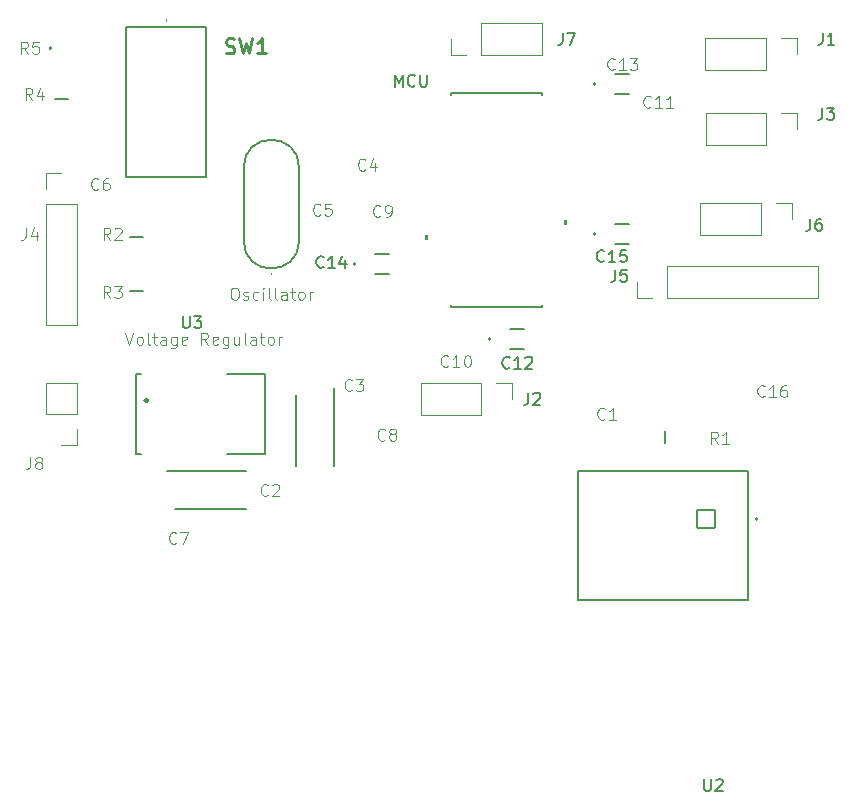
<source format=gto>
G04 #@! TF.GenerationSoftware,KiCad,Pcbnew,8.0.6*
G04 #@! TF.CreationDate,2025-01-30T10:50:32+01:00*
G04 #@! TF.ProjectId,colorsorter_schematic,636f6c6f-7273-46f7-9274-65725f736368,rev?*
G04 #@! TF.SameCoordinates,Original*
G04 #@! TF.FileFunction,Legend,Top*
G04 #@! TF.FilePolarity,Positive*
%FSLAX46Y46*%
G04 Gerber Fmt 4.6, Leading zero omitted, Abs format (unit mm)*
G04 Created by KiCad (PCBNEW 8.0.6) date 2025-01-30 10:50:32*
%MOMM*%
%LPD*%
G01*
G04 APERTURE LIST*
G04 Aperture macros list*
%AMRoundRect*
0 Rectangle with rounded corners*
0 $1 Rounding radius*
0 $2 $3 $4 $5 $6 $7 $8 $9 X,Y pos of 4 corners*
0 Add a 4 corners polygon primitive as box body*
4,1,4,$2,$3,$4,$5,$6,$7,$8,$9,$2,$3,0*
0 Add four circle primitives for the rounded corners*
1,1,$1+$1,$2,$3*
1,1,$1+$1,$4,$5*
1,1,$1+$1,$6,$7*
1,1,$1+$1,$8,$9*
0 Add four rect primitives between the rounded corners*
20,1,$1+$1,$2,$3,$4,$5,0*
20,1,$1+$1,$4,$5,$6,$7,0*
20,1,$1+$1,$6,$7,$8,$9,0*
20,1,$1+$1,$8,$9,$2,$3,0*%
G04 Aperture macros list end*
%ADD10C,0.150000*%
%ADD11C,0.125000*%
%ADD12C,0.254000*%
%ADD13C,0.120000*%
%ADD14C,0.200000*%
%ADD15C,0.100000*%
%ADD16C,0.152400*%
%ADD17C,0.127000*%
%ADD18C,0.250000*%
%ADD19C,0.000000*%
%ADD20R,1.700000X1.700000*%
%ADD21O,1.700000X1.700000*%
%ADD22R,1.150000X1.400000*%
%ADD23R,1.050000X1.400000*%
%ADD24R,2.250000X2.350000*%
%ADD25R,2.520000X2.520000*%
%ADD26C,2.520000*%
%ADD27R,1.470000X1.020000*%
%ADD28R,1.020000X1.470000*%
%ADD29R,1.400000X1.050000*%
%ADD30R,0.558800X1.447800*%
%ADD31R,1.192000X1.192000*%
%ADD32C,1.192000*%
%ADD33RoundRect,0.102000X0.750000X0.750000X-0.750000X0.750000X-0.750000X-0.750000X0.750000X-0.750000X0*%
%ADD34C,1.704000*%
%ADD35R,2.350000X2.250000*%
%ADD36R,1.699999X1.300000*%
%ADD37R,5.699998X5.499999*%
%ADD38R,1.765300X0.558800*%
G04 APERTURE END LIST*
D10*
X161210666Y-98630819D02*
X161210666Y-99345104D01*
X161210666Y-99345104D02*
X161163047Y-99487961D01*
X161163047Y-99487961D02*
X161067809Y-99583200D01*
X161067809Y-99583200D02*
X160924952Y-99630819D01*
X160924952Y-99630819D02*
X160829714Y-99630819D01*
X162163047Y-98630819D02*
X161686857Y-98630819D01*
X161686857Y-98630819D02*
X161639238Y-99107009D01*
X161639238Y-99107009D02*
X161686857Y-99059390D01*
X161686857Y-99059390D02*
X161782095Y-99011771D01*
X161782095Y-99011771D02*
X162020190Y-99011771D01*
X162020190Y-99011771D02*
X162115428Y-99059390D01*
X162115428Y-99059390D02*
X162163047Y-99107009D01*
X162163047Y-99107009D02*
X162210666Y-99202247D01*
X162210666Y-99202247D02*
X162210666Y-99440342D01*
X162210666Y-99440342D02*
X162163047Y-99535580D01*
X162163047Y-99535580D02*
X162115428Y-99583200D01*
X162115428Y-99583200D02*
X162020190Y-99630819D01*
X162020190Y-99630819D02*
X161782095Y-99630819D01*
X161782095Y-99630819D02*
X161686857Y-99583200D01*
X161686857Y-99583200D02*
X161639238Y-99535580D01*
D11*
X111466333Y-80328119D02*
X111133000Y-79851928D01*
X110894905Y-80328119D02*
X110894905Y-79328119D01*
X110894905Y-79328119D02*
X111275857Y-79328119D01*
X111275857Y-79328119D02*
X111371095Y-79375738D01*
X111371095Y-79375738D02*
X111418714Y-79423357D01*
X111418714Y-79423357D02*
X111466333Y-79518595D01*
X111466333Y-79518595D02*
X111466333Y-79661452D01*
X111466333Y-79661452D02*
X111418714Y-79756690D01*
X111418714Y-79756690D02*
X111371095Y-79804309D01*
X111371095Y-79804309D02*
X111275857Y-79851928D01*
X111275857Y-79851928D02*
X110894905Y-79851928D01*
X112371095Y-79328119D02*
X111894905Y-79328119D01*
X111894905Y-79328119D02*
X111847286Y-79804309D01*
X111847286Y-79804309D02*
X111894905Y-79756690D01*
X111894905Y-79756690D02*
X111990143Y-79709071D01*
X111990143Y-79709071D02*
X112228238Y-79709071D01*
X112228238Y-79709071D02*
X112323476Y-79756690D01*
X112323476Y-79756690D02*
X112371095Y-79804309D01*
X112371095Y-79804309D02*
X112418714Y-79899547D01*
X112418714Y-79899547D02*
X112418714Y-80137642D01*
X112418714Y-80137642D02*
X112371095Y-80232880D01*
X112371095Y-80232880D02*
X112323476Y-80280500D01*
X112323476Y-80280500D02*
X112228238Y-80328119D01*
X112228238Y-80328119D02*
X111990143Y-80328119D01*
X111990143Y-80328119D02*
X111894905Y-80280500D01*
X111894905Y-80280500D02*
X111847286Y-80232880D01*
X169886333Y-113348119D02*
X169553000Y-112871928D01*
X169314905Y-113348119D02*
X169314905Y-112348119D01*
X169314905Y-112348119D02*
X169695857Y-112348119D01*
X169695857Y-112348119D02*
X169791095Y-112395738D01*
X169791095Y-112395738D02*
X169838714Y-112443357D01*
X169838714Y-112443357D02*
X169886333Y-112538595D01*
X169886333Y-112538595D02*
X169886333Y-112681452D01*
X169886333Y-112681452D02*
X169838714Y-112776690D01*
X169838714Y-112776690D02*
X169791095Y-112824309D01*
X169791095Y-112824309D02*
X169695857Y-112871928D01*
X169695857Y-112871928D02*
X169314905Y-112871928D01*
X170838714Y-113348119D02*
X170267286Y-113348119D01*
X170553000Y-113348119D02*
X170553000Y-112348119D01*
X170553000Y-112348119D02*
X170457762Y-112490976D01*
X170457762Y-112490976D02*
X170362524Y-112586214D01*
X170362524Y-112586214D02*
X170267286Y-112633833D01*
X138898333Y-108807880D02*
X138850714Y-108855500D01*
X138850714Y-108855500D02*
X138707857Y-108903119D01*
X138707857Y-108903119D02*
X138612619Y-108903119D01*
X138612619Y-108903119D02*
X138469762Y-108855500D01*
X138469762Y-108855500D02*
X138374524Y-108760261D01*
X138374524Y-108760261D02*
X138326905Y-108665023D01*
X138326905Y-108665023D02*
X138279286Y-108474547D01*
X138279286Y-108474547D02*
X138279286Y-108331690D01*
X138279286Y-108331690D02*
X138326905Y-108141214D01*
X138326905Y-108141214D02*
X138374524Y-108045976D01*
X138374524Y-108045976D02*
X138469762Y-107950738D01*
X138469762Y-107950738D02*
X138612619Y-107903119D01*
X138612619Y-107903119D02*
X138707857Y-107903119D01*
X138707857Y-107903119D02*
X138850714Y-107950738D01*
X138850714Y-107950738D02*
X138898333Y-107998357D01*
X139231667Y-107903119D02*
X139850714Y-107903119D01*
X139850714Y-107903119D02*
X139517381Y-108284071D01*
X139517381Y-108284071D02*
X139660238Y-108284071D01*
X139660238Y-108284071D02*
X139755476Y-108331690D01*
X139755476Y-108331690D02*
X139803095Y-108379309D01*
X139803095Y-108379309D02*
X139850714Y-108474547D01*
X139850714Y-108474547D02*
X139850714Y-108712642D01*
X139850714Y-108712642D02*
X139803095Y-108807880D01*
X139803095Y-108807880D02*
X139755476Y-108855500D01*
X139755476Y-108855500D02*
X139660238Y-108903119D01*
X139660238Y-108903119D02*
X139374524Y-108903119D01*
X139374524Y-108903119D02*
X139279286Y-108855500D01*
X139279286Y-108855500D02*
X139231667Y-108807880D01*
D12*
X128227666Y-80257842D02*
X128409095Y-80318318D01*
X128409095Y-80318318D02*
X128711476Y-80318318D01*
X128711476Y-80318318D02*
X128832428Y-80257842D01*
X128832428Y-80257842D02*
X128892904Y-80197365D01*
X128892904Y-80197365D02*
X128953381Y-80076413D01*
X128953381Y-80076413D02*
X128953381Y-79955461D01*
X128953381Y-79955461D02*
X128892904Y-79834508D01*
X128892904Y-79834508D02*
X128832428Y-79774032D01*
X128832428Y-79774032D02*
X128711476Y-79713556D01*
X128711476Y-79713556D02*
X128469571Y-79653080D01*
X128469571Y-79653080D02*
X128348619Y-79592603D01*
X128348619Y-79592603D02*
X128288142Y-79532127D01*
X128288142Y-79532127D02*
X128227666Y-79411175D01*
X128227666Y-79411175D02*
X128227666Y-79290222D01*
X128227666Y-79290222D02*
X128288142Y-79169270D01*
X128288142Y-79169270D02*
X128348619Y-79108794D01*
X128348619Y-79108794D02*
X128469571Y-79048318D01*
X128469571Y-79048318D02*
X128771952Y-79048318D01*
X128771952Y-79048318D02*
X128953381Y-79108794D01*
X129376714Y-79048318D02*
X129679095Y-80318318D01*
X129679095Y-80318318D02*
X129921000Y-79411175D01*
X129921000Y-79411175D02*
X130162905Y-80318318D01*
X130162905Y-80318318D02*
X130465286Y-79048318D01*
X131614334Y-80318318D02*
X130888619Y-80318318D01*
X131251476Y-80318318D02*
X131251476Y-79048318D01*
X131251476Y-79048318D02*
X131130524Y-79229746D01*
X131130524Y-79229746D02*
X131009572Y-79350699D01*
X131009572Y-79350699D02*
X130888619Y-79411175D01*
D11*
X117435333Y-91789880D02*
X117387714Y-91837500D01*
X117387714Y-91837500D02*
X117244857Y-91885119D01*
X117244857Y-91885119D02*
X117149619Y-91885119D01*
X117149619Y-91885119D02*
X117006762Y-91837500D01*
X117006762Y-91837500D02*
X116911524Y-91742261D01*
X116911524Y-91742261D02*
X116863905Y-91647023D01*
X116863905Y-91647023D02*
X116816286Y-91456547D01*
X116816286Y-91456547D02*
X116816286Y-91313690D01*
X116816286Y-91313690D02*
X116863905Y-91123214D01*
X116863905Y-91123214D02*
X116911524Y-91027976D01*
X116911524Y-91027976D02*
X117006762Y-90932738D01*
X117006762Y-90932738D02*
X117149619Y-90885119D01*
X117149619Y-90885119D02*
X117244857Y-90885119D01*
X117244857Y-90885119D02*
X117387714Y-90932738D01*
X117387714Y-90932738D02*
X117435333Y-90980357D01*
X118292476Y-90885119D02*
X118102000Y-90885119D01*
X118102000Y-90885119D02*
X118006762Y-90932738D01*
X118006762Y-90932738D02*
X117959143Y-90980357D01*
X117959143Y-90980357D02*
X117863905Y-91123214D01*
X117863905Y-91123214D02*
X117816286Y-91313690D01*
X117816286Y-91313690D02*
X117816286Y-91694642D01*
X117816286Y-91694642D02*
X117863905Y-91789880D01*
X117863905Y-91789880D02*
X117911524Y-91837500D01*
X117911524Y-91837500D02*
X118006762Y-91885119D01*
X118006762Y-91885119D02*
X118197238Y-91885119D01*
X118197238Y-91885119D02*
X118292476Y-91837500D01*
X118292476Y-91837500D02*
X118340095Y-91789880D01*
X118340095Y-91789880D02*
X118387714Y-91694642D01*
X118387714Y-91694642D02*
X118387714Y-91456547D01*
X118387714Y-91456547D02*
X118340095Y-91361309D01*
X118340095Y-91361309D02*
X118292476Y-91313690D01*
X118292476Y-91313690D02*
X118197238Y-91266071D01*
X118197238Y-91266071D02*
X118006762Y-91266071D01*
X118006762Y-91266071D02*
X117911524Y-91313690D01*
X117911524Y-91313690D02*
X117863905Y-91361309D01*
X117863905Y-91361309D02*
X117816286Y-91456547D01*
X164203142Y-84804880D02*
X164155523Y-84852500D01*
X164155523Y-84852500D02*
X164012666Y-84900119D01*
X164012666Y-84900119D02*
X163917428Y-84900119D01*
X163917428Y-84900119D02*
X163774571Y-84852500D01*
X163774571Y-84852500D02*
X163679333Y-84757261D01*
X163679333Y-84757261D02*
X163631714Y-84662023D01*
X163631714Y-84662023D02*
X163584095Y-84471547D01*
X163584095Y-84471547D02*
X163584095Y-84328690D01*
X163584095Y-84328690D02*
X163631714Y-84138214D01*
X163631714Y-84138214D02*
X163679333Y-84042976D01*
X163679333Y-84042976D02*
X163774571Y-83947738D01*
X163774571Y-83947738D02*
X163917428Y-83900119D01*
X163917428Y-83900119D02*
X164012666Y-83900119D01*
X164012666Y-83900119D02*
X164155523Y-83947738D01*
X164155523Y-83947738D02*
X164203142Y-83995357D01*
X165155523Y-84900119D02*
X164584095Y-84900119D01*
X164869809Y-84900119D02*
X164869809Y-83900119D01*
X164869809Y-83900119D02*
X164774571Y-84042976D01*
X164774571Y-84042976D02*
X164679333Y-84138214D01*
X164679333Y-84138214D02*
X164584095Y-84185833D01*
X166107904Y-84900119D02*
X165536476Y-84900119D01*
X165822190Y-84900119D02*
X165822190Y-83900119D01*
X165822190Y-83900119D02*
X165726952Y-84042976D01*
X165726952Y-84042976D02*
X165631714Y-84138214D01*
X165631714Y-84138214D02*
X165536476Y-84185833D01*
X118451333Y-96076119D02*
X118118000Y-95599928D01*
X117879905Y-96076119D02*
X117879905Y-95076119D01*
X117879905Y-95076119D02*
X118260857Y-95076119D01*
X118260857Y-95076119D02*
X118356095Y-95123738D01*
X118356095Y-95123738D02*
X118403714Y-95171357D01*
X118403714Y-95171357D02*
X118451333Y-95266595D01*
X118451333Y-95266595D02*
X118451333Y-95409452D01*
X118451333Y-95409452D02*
X118403714Y-95504690D01*
X118403714Y-95504690D02*
X118356095Y-95552309D01*
X118356095Y-95552309D02*
X118260857Y-95599928D01*
X118260857Y-95599928D02*
X117879905Y-95599928D01*
X118832286Y-95171357D02*
X118879905Y-95123738D01*
X118879905Y-95123738D02*
X118975143Y-95076119D01*
X118975143Y-95076119D02*
X119213238Y-95076119D01*
X119213238Y-95076119D02*
X119308476Y-95123738D01*
X119308476Y-95123738D02*
X119356095Y-95171357D01*
X119356095Y-95171357D02*
X119403714Y-95266595D01*
X119403714Y-95266595D02*
X119403714Y-95361833D01*
X119403714Y-95361833D02*
X119356095Y-95504690D01*
X119356095Y-95504690D02*
X118784667Y-96076119D01*
X118784667Y-96076119D02*
X119403714Y-96076119D01*
X147058142Y-106775880D02*
X147010523Y-106823500D01*
X147010523Y-106823500D02*
X146867666Y-106871119D01*
X146867666Y-106871119D02*
X146772428Y-106871119D01*
X146772428Y-106871119D02*
X146629571Y-106823500D01*
X146629571Y-106823500D02*
X146534333Y-106728261D01*
X146534333Y-106728261D02*
X146486714Y-106633023D01*
X146486714Y-106633023D02*
X146439095Y-106442547D01*
X146439095Y-106442547D02*
X146439095Y-106299690D01*
X146439095Y-106299690D02*
X146486714Y-106109214D01*
X146486714Y-106109214D02*
X146534333Y-106013976D01*
X146534333Y-106013976D02*
X146629571Y-105918738D01*
X146629571Y-105918738D02*
X146772428Y-105871119D01*
X146772428Y-105871119D02*
X146867666Y-105871119D01*
X146867666Y-105871119D02*
X147010523Y-105918738D01*
X147010523Y-105918738D02*
X147058142Y-105966357D01*
X148010523Y-106871119D02*
X147439095Y-106871119D01*
X147724809Y-106871119D02*
X147724809Y-105871119D01*
X147724809Y-105871119D02*
X147629571Y-106013976D01*
X147629571Y-106013976D02*
X147534333Y-106109214D01*
X147534333Y-106109214D02*
X147439095Y-106156833D01*
X148629571Y-105871119D02*
X148724809Y-105871119D01*
X148724809Y-105871119D02*
X148820047Y-105918738D01*
X148820047Y-105918738D02*
X148867666Y-105966357D01*
X148867666Y-105966357D02*
X148915285Y-106061595D01*
X148915285Y-106061595D02*
X148962904Y-106252071D01*
X148962904Y-106252071D02*
X148962904Y-106490166D01*
X148962904Y-106490166D02*
X148915285Y-106680642D01*
X148915285Y-106680642D02*
X148867666Y-106775880D01*
X148867666Y-106775880D02*
X148820047Y-106823500D01*
X148820047Y-106823500D02*
X148724809Y-106871119D01*
X148724809Y-106871119D02*
X148629571Y-106871119D01*
X148629571Y-106871119D02*
X148534333Y-106823500D01*
X148534333Y-106823500D02*
X148486714Y-106775880D01*
X148486714Y-106775880D02*
X148439095Y-106680642D01*
X148439095Y-106680642D02*
X148391476Y-106490166D01*
X148391476Y-106490166D02*
X148391476Y-106252071D01*
X148391476Y-106252071D02*
X148439095Y-106061595D01*
X148439095Y-106061595D02*
X148486714Y-105966357D01*
X148486714Y-105966357D02*
X148534333Y-105918738D01*
X148534333Y-105918738D02*
X148629571Y-105871119D01*
D10*
X152265142Y-106901580D02*
X152217523Y-106949200D01*
X152217523Y-106949200D02*
X152074666Y-106996819D01*
X152074666Y-106996819D02*
X151979428Y-106996819D01*
X151979428Y-106996819D02*
X151836571Y-106949200D01*
X151836571Y-106949200D02*
X151741333Y-106853961D01*
X151741333Y-106853961D02*
X151693714Y-106758723D01*
X151693714Y-106758723D02*
X151646095Y-106568247D01*
X151646095Y-106568247D02*
X151646095Y-106425390D01*
X151646095Y-106425390D02*
X151693714Y-106234914D01*
X151693714Y-106234914D02*
X151741333Y-106139676D01*
X151741333Y-106139676D02*
X151836571Y-106044438D01*
X151836571Y-106044438D02*
X151979428Y-105996819D01*
X151979428Y-105996819D02*
X152074666Y-105996819D01*
X152074666Y-105996819D02*
X152217523Y-106044438D01*
X152217523Y-106044438D02*
X152265142Y-106092057D01*
X153217523Y-106996819D02*
X152646095Y-106996819D01*
X152931809Y-106996819D02*
X152931809Y-105996819D01*
X152931809Y-105996819D02*
X152836571Y-106139676D01*
X152836571Y-106139676D02*
X152741333Y-106234914D01*
X152741333Y-106234914D02*
X152646095Y-106282533D01*
X153598476Y-106092057D02*
X153646095Y-106044438D01*
X153646095Y-106044438D02*
X153741333Y-105996819D01*
X153741333Y-105996819D02*
X153979428Y-105996819D01*
X153979428Y-105996819D02*
X154074666Y-106044438D01*
X154074666Y-106044438D02*
X154122285Y-106092057D01*
X154122285Y-106092057D02*
X154169904Y-106187295D01*
X154169904Y-106187295D02*
X154169904Y-106282533D01*
X154169904Y-106282533D02*
X154122285Y-106425390D01*
X154122285Y-106425390D02*
X153550857Y-106996819D01*
X153550857Y-106996819D02*
X154169904Y-106996819D01*
X177720666Y-94312819D02*
X177720666Y-95027104D01*
X177720666Y-95027104D02*
X177673047Y-95169961D01*
X177673047Y-95169961D02*
X177577809Y-95265200D01*
X177577809Y-95265200D02*
X177434952Y-95312819D01*
X177434952Y-95312819D02*
X177339714Y-95312819D01*
X178625428Y-94312819D02*
X178434952Y-94312819D01*
X178434952Y-94312819D02*
X178339714Y-94360438D01*
X178339714Y-94360438D02*
X178292095Y-94408057D01*
X178292095Y-94408057D02*
X178196857Y-94550914D01*
X178196857Y-94550914D02*
X178149238Y-94741390D01*
X178149238Y-94741390D02*
X178149238Y-95122342D01*
X178149238Y-95122342D02*
X178196857Y-95217580D01*
X178196857Y-95217580D02*
X178244476Y-95265200D01*
X178244476Y-95265200D02*
X178339714Y-95312819D01*
X178339714Y-95312819D02*
X178530190Y-95312819D01*
X178530190Y-95312819D02*
X178625428Y-95265200D01*
X178625428Y-95265200D02*
X178673047Y-95217580D01*
X178673047Y-95217580D02*
X178720666Y-95122342D01*
X178720666Y-95122342D02*
X178720666Y-94884247D01*
X178720666Y-94884247D02*
X178673047Y-94789009D01*
X178673047Y-94789009D02*
X178625428Y-94741390D01*
X178625428Y-94741390D02*
X178530190Y-94693771D01*
X178530190Y-94693771D02*
X178339714Y-94693771D01*
X178339714Y-94693771D02*
X178244476Y-94741390D01*
X178244476Y-94741390D02*
X178196857Y-94789009D01*
X178196857Y-94789009D02*
X178149238Y-94884247D01*
X136517142Y-98392580D02*
X136469523Y-98440200D01*
X136469523Y-98440200D02*
X136326666Y-98487819D01*
X136326666Y-98487819D02*
X136231428Y-98487819D01*
X136231428Y-98487819D02*
X136088571Y-98440200D01*
X136088571Y-98440200D02*
X135993333Y-98344961D01*
X135993333Y-98344961D02*
X135945714Y-98249723D01*
X135945714Y-98249723D02*
X135898095Y-98059247D01*
X135898095Y-98059247D02*
X135898095Y-97916390D01*
X135898095Y-97916390D02*
X135945714Y-97725914D01*
X135945714Y-97725914D02*
X135993333Y-97630676D01*
X135993333Y-97630676D02*
X136088571Y-97535438D01*
X136088571Y-97535438D02*
X136231428Y-97487819D01*
X136231428Y-97487819D02*
X136326666Y-97487819D01*
X136326666Y-97487819D02*
X136469523Y-97535438D01*
X136469523Y-97535438D02*
X136517142Y-97583057D01*
X137469523Y-98487819D02*
X136898095Y-98487819D01*
X137183809Y-98487819D02*
X137183809Y-97487819D01*
X137183809Y-97487819D02*
X137088571Y-97630676D01*
X137088571Y-97630676D02*
X136993333Y-97725914D01*
X136993333Y-97725914D02*
X136898095Y-97773533D01*
X138326666Y-97821152D02*
X138326666Y-98487819D01*
X138088571Y-97440200D02*
X137850476Y-98154485D01*
X137850476Y-98154485D02*
X138469523Y-98154485D01*
D11*
X141311333Y-94075880D02*
X141263714Y-94123500D01*
X141263714Y-94123500D02*
X141120857Y-94171119D01*
X141120857Y-94171119D02*
X141025619Y-94171119D01*
X141025619Y-94171119D02*
X140882762Y-94123500D01*
X140882762Y-94123500D02*
X140787524Y-94028261D01*
X140787524Y-94028261D02*
X140739905Y-93933023D01*
X140739905Y-93933023D02*
X140692286Y-93742547D01*
X140692286Y-93742547D02*
X140692286Y-93599690D01*
X140692286Y-93599690D02*
X140739905Y-93409214D01*
X140739905Y-93409214D02*
X140787524Y-93313976D01*
X140787524Y-93313976D02*
X140882762Y-93218738D01*
X140882762Y-93218738D02*
X141025619Y-93171119D01*
X141025619Y-93171119D02*
X141120857Y-93171119D01*
X141120857Y-93171119D02*
X141263714Y-93218738D01*
X141263714Y-93218738D02*
X141311333Y-93266357D01*
X141787524Y-94171119D02*
X141978000Y-94171119D01*
X141978000Y-94171119D02*
X142073238Y-94123500D01*
X142073238Y-94123500D02*
X142120857Y-94075880D01*
X142120857Y-94075880D02*
X142216095Y-93933023D01*
X142216095Y-93933023D02*
X142263714Y-93742547D01*
X142263714Y-93742547D02*
X142263714Y-93361595D01*
X142263714Y-93361595D02*
X142216095Y-93266357D01*
X142216095Y-93266357D02*
X142168476Y-93218738D01*
X142168476Y-93218738D02*
X142073238Y-93171119D01*
X142073238Y-93171119D02*
X141882762Y-93171119D01*
X141882762Y-93171119D02*
X141787524Y-93218738D01*
X141787524Y-93218738D02*
X141739905Y-93266357D01*
X141739905Y-93266357D02*
X141692286Y-93361595D01*
X141692286Y-93361595D02*
X141692286Y-93599690D01*
X141692286Y-93599690D02*
X141739905Y-93694928D01*
X141739905Y-93694928D02*
X141787524Y-93742547D01*
X141787524Y-93742547D02*
X141882762Y-93790166D01*
X141882762Y-93790166D02*
X142073238Y-93790166D01*
X142073238Y-93790166D02*
X142168476Y-93742547D01*
X142168476Y-93742547D02*
X142216095Y-93694928D01*
X142216095Y-93694928D02*
X142263714Y-93599690D01*
X111680666Y-114507119D02*
X111680666Y-115221404D01*
X111680666Y-115221404D02*
X111633047Y-115364261D01*
X111633047Y-115364261D02*
X111537809Y-115459500D01*
X111537809Y-115459500D02*
X111394952Y-115507119D01*
X111394952Y-115507119D02*
X111299714Y-115507119D01*
X112299714Y-114935690D02*
X112204476Y-114888071D01*
X112204476Y-114888071D02*
X112156857Y-114840452D01*
X112156857Y-114840452D02*
X112109238Y-114745214D01*
X112109238Y-114745214D02*
X112109238Y-114697595D01*
X112109238Y-114697595D02*
X112156857Y-114602357D01*
X112156857Y-114602357D02*
X112204476Y-114554738D01*
X112204476Y-114554738D02*
X112299714Y-114507119D01*
X112299714Y-114507119D02*
X112490190Y-114507119D01*
X112490190Y-114507119D02*
X112585428Y-114554738D01*
X112585428Y-114554738D02*
X112633047Y-114602357D01*
X112633047Y-114602357D02*
X112680666Y-114697595D01*
X112680666Y-114697595D02*
X112680666Y-114745214D01*
X112680666Y-114745214D02*
X112633047Y-114840452D01*
X112633047Y-114840452D02*
X112585428Y-114888071D01*
X112585428Y-114888071D02*
X112490190Y-114935690D01*
X112490190Y-114935690D02*
X112299714Y-114935690D01*
X112299714Y-114935690D02*
X112204476Y-114983309D01*
X112204476Y-114983309D02*
X112156857Y-115030928D01*
X112156857Y-115030928D02*
X112109238Y-115126166D01*
X112109238Y-115126166D02*
X112109238Y-115316642D01*
X112109238Y-115316642D02*
X112156857Y-115411880D01*
X112156857Y-115411880D02*
X112204476Y-115459500D01*
X112204476Y-115459500D02*
X112299714Y-115507119D01*
X112299714Y-115507119D02*
X112490190Y-115507119D01*
X112490190Y-115507119D02*
X112585428Y-115459500D01*
X112585428Y-115459500D02*
X112633047Y-115411880D01*
X112633047Y-115411880D02*
X112680666Y-115316642D01*
X112680666Y-115316642D02*
X112680666Y-115126166D01*
X112680666Y-115126166D02*
X112633047Y-115030928D01*
X112633047Y-115030928D02*
X112585428Y-114983309D01*
X112585428Y-114983309D02*
X112490190Y-114935690D01*
X128889523Y-100156119D02*
X129079999Y-100156119D01*
X129079999Y-100156119D02*
X129175237Y-100203738D01*
X129175237Y-100203738D02*
X129270475Y-100298976D01*
X129270475Y-100298976D02*
X129318094Y-100489452D01*
X129318094Y-100489452D02*
X129318094Y-100822785D01*
X129318094Y-100822785D02*
X129270475Y-101013261D01*
X129270475Y-101013261D02*
X129175237Y-101108500D01*
X129175237Y-101108500D02*
X129079999Y-101156119D01*
X129079999Y-101156119D02*
X128889523Y-101156119D01*
X128889523Y-101156119D02*
X128794285Y-101108500D01*
X128794285Y-101108500D02*
X128699047Y-101013261D01*
X128699047Y-101013261D02*
X128651428Y-100822785D01*
X128651428Y-100822785D02*
X128651428Y-100489452D01*
X128651428Y-100489452D02*
X128699047Y-100298976D01*
X128699047Y-100298976D02*
X128794285Y-100203738D01*
X128794285Y-100203738D02*
X128889523Y-100156119D01*
X129699047Y-101108500D02*
X129794285Y-101156119D01*
X129794285Y-101156119D02*
X129984761Y-101156119D01*
X129984761Y-101156119D02*
X130079999Y-101108500D01*
X130079999Y-101108500D02*
X130127618Y-101013261D01*
X130127618Y-101013261D02*
X130127618Y-100965642D01*
X130127618Y-100965642D02*
X130079999Y-100870404D01*
X130079999Y-100870404D02*
X129984761Y-100822785D01*
X129984761Y-100822785D02*
X129841904Y-100822785D01*
X129841904Y-100822785D02*
X129746666Y-100775166D01*
X129746666Y-100775166D02*
X129699047Y-100679928D01*
X129699047Y-100679928D02*
X129699047Y-100632309D01*
X129699047Y-100632309D02*
X129746666Y-100537071D01*
X129746666Y-100537071D02*
X129841904Y-100489452D01*
X129841904Y-100489452D02*
X129984761Y-100489452D01*
X129984761Y-100489452D02*
X130079999Y-100537071D01*
X130984761Y-101108500D02*
X130889523Y-101156119D01*
X130889523Y-101156119D02*
X130699047Y-101156119D01*
X130699047Y-101156119D02*
X130603809Y-101108500D01*
X130603809Y-101108500D02*
X130556190Y-101060880D01*
X130556190Y-101060880D02*
X130508571Y-100965642D01*
X130508571Y-100965642D02*
X130508571Y-100679928D01*
X130508571Y-100679928D02*
X130556190Y-100584690D01*
X130556190Y-100584690D02*
X130603809Y-100537071D01*
X130603809Y-100537071D02*
X130699047Y-100489452D01*
X130699047Y-100489452D02*
X130889523Y-100489452D01*
X130889523Y-100489452D02*
X130984761Y-100537071D01*
X131413333Y-101156119D02*
X131413333Y-100489452D01*
X131413333Y-100156119D02*
X131365714Y-100203738D01*
X131365714Y-100203738D02*
X131413333Y-100251357D01*
X131413333Y-100251357D02*
X131460952Y-100203738D01*
X131460952Y-100203738D02*
X131413333Y-100156119D01*
X131413333Y-100156119D02*
X131413333Y-100251357D01*
X132032380Y-101156119D02*
X131937142Y-101108500D01*
X131937142Y-101108500D02*
X131889523Y-101013261D01*
X131889523Y-101013261D02*
X131889523Y-100156119D01*
X132556190Y-101156119D02*
X132460952Y-101108500D01*
X132460952Y-101108500D02*
X132413333Y-101013261D01*
X132413333Y-101013261D02*
X132413333Y-100156119D01*
X133365714Y-101156119D02*
X133365714Y-100632309D01*
X133365714Y-100632309D02*
X133318095Y-100537071D01*
X133318095Y-100537071D02*
X133222857Y-100489452D01*
X133222857Y-100489452D02*
X133032381Y-100489452D01*
X133032381Y-100489452D02*
X132937143Y-100537071D01*
X133365714Y-101108500D02*
X133270476Y-101156119D01*
X133270476Y-101156119D02*
X133032381Y-101156119D01*
X133032381Y-101156119D02*
X132937143Y-101108500D01*
X132937143Y-101108500D02*
X132889524Y-101013261D01*
X132889524Y-101013261D02*
X132889524Y-100918023D01*
X132889524Y-100918023D02*
X132937143Y-100822785D01*
X132937143Y-100822785D02*
X133032381Y-100775166D01*
X133032381Y-100775166D02*
X133270476Y-100775166D01*
X133270476Y-100775166D02*
X133365714Y-100727547D01*
X133699048Y-100489452D02*
X134080000Y-100489452D01*
X133841905Y-100156119D02*
X133841905Y-101013261D01*
X133841905Y-101013261D02*
X133889524Y-101108500D01*
X133889524Y-101108500D02*
X133984762Y-101156119D01*
X133984762Y-101156119D02*
X134080000Y-101156119D01*
X134556191Y-101156119D02*
X134460953Y-101108500D01*
X134460953Y-101108500D02*
X134413334Y-101060880D01*
X134413334Y-101060880D02*
X134365715Y-100965642D01*
X134365715Y-100965642D02*
X134365715Y-100679928D01*
X134365715Y-100679928D02*
X134413334Y-100584690D01*
X134413334Y-100584690D02*
X134460953Y-100537071D01*
X134460953Y-100537071D02*
X134556191Y-100489452D01*
X134556191Y-100489452D02*
X134699048Y-100489452D01*
X134699048Y-100489452D02*
X134794286Y-100537071D01*
X134794286Y-100537071D02*
X134841905Y-100584690D01*
X134841905Y-100584690D02*
X134889524Y-100679928D01*
X134889524Y-100679928D02*
X134889524Y-100965642D01*
X134889524Y-100965642D02*
X134841905Y-101060880D01*
X134841905Y-101060880D02*
X134794286Y-101108500D01*
X134794286Y-101108500D02*
X134699048Y-101156119D01*
X134699048Y-101156119D02*
X134556191Y-101156119D01*
X135318096Y-101156119D02*
X135318096Y-100489452D01*
X135318096Y-100679928D02*
X135365715Y-100584690D01*
X135365715Y-100584690D02*
X135413334Y-100537071D01*
X135413334Y-100537071D02*
X135508572Y-100489452D01*
X135508572Y-100489452D02*
X135603810Y-100489452D01*
D10*
X160266142Y-97884580D02*
X160218523Y-97932200D01*
X160218523Y-97932200D02*
X160075666Y-97979819D01*
X160075666Y-97979819D02*
X159980428Y-97979819D01*
X159980428Y-97979819D02*
X159837571Y-97932200D01*
X159837571Y-97932200D02*
X159742333Y-97836961D01*
X159742333Y-97836961D02*
X159694714Y-97741723D01*
X159694714Y-97741723D02*
X159647095Y-97551247D01*
X159647095Y-97551247D02*
X159647095Y-97408390D01*
X159647095Y-97408390D02*
X159694714Y-97217914D01*
X159694714Y-97217914D02*
X159742333Y-97122676D01*
X159742333Y-97122676D02*
X159837571Y-97027438D01*
X159837571Y-97027438D02*
X159980428Y-96979819D01*
X159980428Y-96979819D02*
X160075666Y-96979819D01*
X160075666Y-96979819D02*
X160218523Y-97027438D01*
X160218523Y-97027438D02*
X160266142Y-97075057D01*
X161218523Y-97979819D02*
X160647095Y-97979819D01*
X160932809Y-97979819D02*
X160932809Y-96979819D01*
X160932809Y-96979819D02*
X160837571Y-97122676D01*
X160837571Y-97122676D02*
X160742333Y-97217914D01*
X160742333Y-97217914D02*
X160647095Y-97265533D01*
X162123285Y-96979819D02*
X161647095Y-96979819D01*
X161647095Y-96979819D02*
X161599476Y-97456009D01*
X161599476Y-97456009D02*
X161647095Y-97408390D01*
X161647095Y-97408390D02*
X161742333Y-97360771D01*
X161742333Y-97360771D02*
X161980428Y-97360771D01*
X161980428Y-97360771D02*
X162075666Y-97408390D01*
X162075666Y-97408390D02*
X162123285Y-97456009D01*
X162123285Y-97456009D02*
X162170904Y-97551247D01*
X162170904Y-97551247D02*
X162170904Y-97789342D01*
X162170904Y-97789342D02*
X162123285Y-97884580D01*
X162123285Y-97884580D02*
X162075666Y-97932200D01*
X162075666Y-97932200D02*
X161980428Y-97979819D01*
X161980428Y-97979819D02*
X161742333Y-97979819D01*
X161742333Y-97979819D02*
X161647095Y-97932200D01*
X161647095Y-97932200D02*
X161599476Y-97884580D01*
X168723095Y-141749819D02*
X168723095Y-142559342D01*
X168723095Y-142559342D02*
X168770714Y-142654580D01*
X168770714Y-142654580D02*
X168818333Y-142702200D01*
X168818333Y-142702200D02*
X168913571Y-142749819D01*
X168913571Y-142749819D02*
X169104047Y-142749819D01*
X169104047Y-142749819D02*
X169199285Y-142702200D01*
X169199285Y-142702200D02*
X169246904Y-142654580D01*
X169246904Y-142654580D02*
X169294523Y-142559342D01*
X169294523Y-142559342D02*
X169294523Y-141749819D01*
X169723095Y-141845057D02*
X169770714Y-141797438D01*
X169770714Y-141797438D02*
X169865952Y-141749819D01*
X169865952Y-141749819D02*
X170104047Y-141749819D01*
X170104047Y-141749819D02*
X170199285Y-141797438D01*
X170199285Y-141797438D02*
X170246904Y-141845057D01*
X170246904Y-141845057D02*
X170294523Y-141940295D01*
X170294523Y-141940295D02*
X170294523Y-142035533D01*
X170294523Y-142035533D02*
X170246904Y-142178390D01*
X170246904Y-142178390D02*
X169675476Y-142749819D01*
X169675476Y-142749819D02*
X170294523Y-142749819D01*
X178736666Y-84914819D02*
X178736666Y-85629104D01*
X178736666Y-85629104D02*
X178689047Y-85771961D01*
X178689047Y-85771961D02*
X178593809Y-85867200D01*
X178593809Y-85867200D02*
X178450952Y-85914819D01*
X178450952Y-85914819D02*
X178355714Y-85914819D01*
X179117619Y-84914819D02*
X179736666Y-84914819D01*
X179736666Y-84914819D02*
X179403333Y-85295771D01*
X179403333Y-85295771D02*
X179546190Y-85295771D01*
X179546190Y-85295771D02*
X179641428Y-85343390D01*
X179641428Y-85343390D02*
X179689047Y-85391009D01*
X179689047Y-85391009D02*
X179736666Y-85486247D01*
X179736666Y-85486247D02*
X179736666Y-85724342D01*
X179736666Y-85724342D02*
X179689047Y-85819580D01*
X179689047Y-85819580D02*
X179641428Y-85867200D01*
X179641428Y-85867200D02*
X179546190Y-85914819D01*
X179546190Y-85914819D02*
X179260476Y-85914819D01*
X179260476Y-85914819D02*
X179165238Y-85867200D01*
X179165238Y-85867200D02*
X179117619Y-85819580D01*
D11*
X118451333Y-101029119D02*
X118118000Y-100552928D01*
X117879905Y-101029119D02*
X117879905Y-100029119D01*
X117879905Y-100029119D02*
X118260857Y-100029119D01*
X118260857Y-100029119D02*
X118356095Y-100076738D01*
X118356095Y-100076738D02*
X118403714Y-100124357D01*
X118403714Y-100124357D02*
X118451333Y-100219595D01*
X118451333Y-100219595D02*
X118451333Y-100362452D01*
X118451333Y-100362452D02*
X118403714Y-100457690D01*
X118403714Y-100457690D02*
X118356095Y-100505309D01*
X118356095Y-100505309D02*
X118260857Y-100552928D01*
X118260857Y-100552928D02*
X117879905Y-100552928D01*
X118784667Y-100029119D02*
X119403714Y-100029119D01*
X119403714Y-100029119D02*
X119070381Y-100410071D01*
X119070381Y-100410071D02*
X119213238Y-100410071D01*
X119213238Y-100410071D02*
X119308476Y-100457690D01*
X119308476Y-100457690D02*
X119356095Y-100505309D01*
X119356095Y-100505309D02*
X119403714Y-100600547D01*
X119403714Y-100600547D02*
X119403714Y-100838642D01*
X119403714Y-100838642D02*
X119356095Y-100933880D01*
X119356095Y-100933880D02*
X119308476Y-100981500D01*
X119308476Y-100981500D02*
X119213238Y-101029119D01*
X119213238Y-101029119D02*
X118927524Y-101029119D01*
X118927524Y-101029119D02*
X118832286Y-100981500D01*
X118832286Y-100981500D02*
X118784667Y-100933880D01*
X131786333Y-117697880D02*
X131738714Y-117745500D01*
X131738714Y-117745500D02*
X131595857Y-117793119D01*
X131595857Y-117793119D02*
X131500619Y-117793119D01*
X131500619Y-117793119D02*
X131357762Y-117745500D01*
X131357762Y-117745500D02*
X131262524Y-117650261D01*
X131262524Y-117650261D02*
X131214905Y-117555023D01*
X131214905Y-117555023D02*
X131167286Y-117364547D01*
X131167286Y-117364547D02*
X131167286Y-117221690D01*
X131167286Y-117221690D02*
X131214905Y-117031214D01*
X131214905Y-117031214D02*
X131262524Y-116935976D01*
X131262524Y-116935976D02*
X131357762Y-116840738D01*
X131357762Y-116840738D02*
X131500619Y-116793119D01*
X131500619Y-116793119D02*
X131595857Y-116793119D01*
X131595857Y-116793119D02*
X131738714Y-116840738D01*
X131738714Y-116840738D02*
X131786333Y-116888357D01*
X132167286Y-116888357D02*
X132214905Y-116840738D01*
X132214905Y-116840738D02*
X132310143Y-116793119D01*
X132310143Y-116793119D02*
X132548238Y-116793119D01*
X132548238Y-116793119D02*
X132643476Y-116840738D01*
X132643476Y-116840738D02*
X132691095Y-116888357D01*
X132691095Y-116888357D02*
X132738714Y-116983595D01*
X132738714Y-116983595D02*
X132738714Y-117078833D01*
X132738714Y-117078833D02*
X132691095Y-117221690D01*
X132691095Y-117221690D02*
X132119667Y-117793119D01*
X132119667Y-117793119D02*
X132738714Y-117793119D01*
X111299666Y-95076119D02*
X111299666Y-95790404D01*
X111299666Y-95790404D02*
X111252047Y-95933261D01*
X111252047Y-95933261D02*
X111156809Y-96028500D01*
X111156809Y-96028500D02*
X111013952Y-96076119D01*
X111013952Y-96076119D02*
X110918714Y-96076119D01*
X112204428Y-95409452D02*
X112204428Y-96076119D01*
X111966333Y-95028500D02*
X111728238Y-95742785D01*
X111728238Y-95742785D02*
X112347285Y-95742785D01*
D10*
X153844666Y-109044819D02*
X153844666Y-109759104D01*
X153844666Y-109759104D02*
X153797047Y-109901961D01*
X153797047Y-109901961D02*
X153701809Y-109997200D01*
X153701809Y-109997200D02*
X153558952Y-110044819D01*
X153558952Y-110044819D02*
X153463714Y-110044819D01*
X154273238Y-109140057D02*
X154320857Y-109092438D01*
X154320857Y-109092438D02*
X154416095Y-109044819D01*
X154416095Y-109044819D02*
X154654190Y-109044819D01*
X154654190Y-109044819D02*
X154749428Y-109092438D01*
X154749428Y-109092438D02*
X154797047Y-109140057D01*
X154797047Y-109140057D02*
X154844666Y-109235295D01*
X154844666Y-109235295D02*
X154844666Y-109330533D01*
X154844666Y-109330533D02*
X154797047Y-109473390D01*
X154797047Y-109473390D02*
X154225619Y-110044819D01*
X154225619Y-110044819D02*
X154844666Y-110044819D01*
X124587095Y-102567819D02*
X124587095Y-103377342D01*
X124587095Y-103377342D02*
X124634714Y-103472580D01*
X124634714Y-103472580D02*
X124682333Y-103520200D01*
X124682333Y-103520200D02*
X124777571Y-103567819D01*
X124777571Y-103567819D02*
X124968047Y-103567819D01*
X124968047Y-103567819D02*
X125063285Y-103520200D01*
X125063285Y-103520200D02*
X125110904Y-103472580D01*
X125110904Y-103472580D02*
X125158523Y-103377342D01*
X125158523Y-103377342D02*
X125158523Y-102567819D01*
X125539476Y-102567819D02*
X126158523Y-102567819D01*
X126158523Y-102567819D02*
X125825190Y-102948771D01*
X125825190Y-102948771D02*
X125968047Y-102948771D01*
X125968047Y-102948771D02*
X126063285Y-102996390D01*
X126063285Y-102996390D02*
X126110904Y-103044009D01*
X126110904Y-103044009D02*
X126158523Y-103139247D01*
X126158523Y-103139247D02*
X126158523Y-103377342D01*
X126158523Y-103377342D02*
X126110904Y-103472580D01*
X126110904Y-103472580D02*
X126063285Y-103520200D01*
X126063285Y-103520200D02*
X125968047Y-103567819D01*
X125968047Y-103567819D02*
X125682333Y-103567819D01*
X125682333Y-103567819D02*
X125587095Y-103520200D01*
X125587095Y-103520200D02*
X125539476Y-103472580D01*
D11*
X119722141Y-103966119D02*
X120055474Y-104966119D01*
X120055474Y-104966119D02*
X120388807Y-103966119D01*
X120864998Y-104966119D02*
X120769760Y-104918500D01*
X120769760Y-104918500D02*
X120722141Y-104870880D01*
X120722141Y-104870880D02*
X120674522Y-104775642D01*
X120674522Y-104775642D02*
X120674522Y-104489928D01*
X120674522Y-104489928D02*
X120722141Y-104394690D01*
X120722141Y-104394690D02*
X120769760Y-104347071D01*
X120769760Y-104347071D02*
X120864998Y-104299452D01*
X120864998Y-104299452D02*
X121007855Y-104299452D01*
X121007855Y-104299452D02*
X121103093Y-104347071D01*
X121103093Y-104347071D02*
X121150712Y-104394690D01*
X121150712Y-104394690D02*
X121198331Y-104489928D01*
X121198331Y-104489928D02*
X121198331Y-104775642D01*
X121198331Y-104775642D02*
X121150712Y-104870880D01*
X121150712Y-104870880D02*
X121103093Y-104918500D01*
X121103093Y-104918500D02*
X121007855Y-104966119D01*
X121007855Y-104966119D02*
X120864998Y-104966119D01*
X121769760Y-104966119D02*
X121674522Y-104918500D01*
X121674522Y-104918500D02*
X121626903Y-104823261D01*
X121626903Y-104823261D02*
X121626903Y-103966119D01*
X122007856Y-104299452D02*
X122388808Y-104299452D01*
X122150713Y-103966119D02*
X122150713Y-104823261D01*
X122150713Y-104823261D02*
X122198332Y-104918500D01*
X122198332Y-104918500D02*
X122293570Y-104966119D01*
X122293570Y-104966119D02*
X122388808Y-104966119D01*
X123150713Y-104966119D02*
X123150713Y-104442309D01*
X123150713Y-104442309D02*
X123103094Y-104347071D01*
X123103094Y-104347071D02*
X123007856Y-104299452D01*
X123007856Y-104299452D02*
X122817380Y-104299452D01*
X122817380Y-104299452D02*
X122722142Y-104347071D01*
X123150713Y-104918500D02*
X123055475Y-104966119D01*
X123055475Y-104966119D02*
X122817380Y-104966119D01*
X122817380Y-104966119D02*
X122722142Y-104918500D01*
X122722142Y-104918500D02*
X122674523Y-104823261D01*
X122674523Y-104823261D02*
X122674523Y-104728023D01*
X122674523Y-104728023D02*
X122722142Y-104632785D01*
X122722142Y-104632785D02*
X122817380Y-104585166D01*
X122817380Y-104585166D02*
X123055475Y-104585166D01*
X123055475Y-104585166D02*
X123150713Y-104537547D01*
X124055475Y-104299452D02*
X124055475Y-105108976D01*
X124055475Y-105108976D02*
X124007856Y-105204214D01*
X124007856Y-105204214D02*
X123960237Y-105251833D01*
X123960237Y-105251833D02*
X123864999Y-105299452D01*
X123864999Y-105299452D02*
X123722142Y-105299452D01*
X123722142Y-105299452D02*
X123626904Y-105251833D01*
X124055475Y-104918500D02*
X123960237Y-104966119D01*
X123960237Y-104966119D02*
X123769761Y-104966119D01*
X123769761Y-104966119D02*
X123674523Y-104918500D01*
X123674523Y-104918500D02*
X123626904Y-104870880D01*
X123626904Y-104870880D02*
X123579285Y-104775642D01*
X123579285Y-104775642D02*
X123579285Y-104489928D01*
X123579285Y-104489928D02*
X123626904Y-104394690D01*
X123626904Y-104394690D02*
X123674523Y-104347071D01*
X123674523Y-104347071D02*
X123769761Y-104299452D01*
X123769761Y-104299452D02*
X123960237Y-104299452D01*
X123960237Y-104299452D02*
X124055475Y-104347071D01*
X124912618Y-104918500D02*
X124817380Y-104966119D01*
X124817380Y-104966119D02*
X124626904Y-104966119D01*
X124626904Y-104966119D02*
X124531666Y-104918500D01*
X124531666Y-104918500D02*
X124484047Y-104823261D01*
X124484047Y-104823261D02*
X124484047Y-104442309D01*
X124484047Y-104442309D02*
X124531666Y-104347071D01*
X124531666Y-104347071D02*
X124626904Y-104299452D01*
X124626904Y-104299452D02*
X124817380Y-104299452D01*
X124817380Y-104299452D02*
X124912618Y-104347071D01*
X124912618Y-104347071D02*
X124960237Y-104442309D01*
X124960237Y-104442309D02*
X124960237Y-104537547D01*
X124960237Y-104537547D02*
X124484047Y-104632785D01*
X126722142Y-104966119D02*
X126388809Y-104489928D01*
X126150714Y-104966119D02*
X126150714Y-103966119D01*
X126150714Y-103966119D02*
X126531666Y-103966119D01*
X126531666Y-103966119D02*
X126626904Y-104013738D01*
X126626904Y-104013738D02*
X126674523Y-104061357D01*
X126674523Y-104061357D02*
X126722142Y-104156595D01*
X126722142Y-104156595D02*
X126722142Y-104299452D01*
X126722142Y-104299452D02*
X126674523Y-104394690D01*
X126674523Y-104394690D02*
X126626904Y-104442309D01*
X126626904Y-104442309D02*
X126531666Y-104489928D01*
X126531666Y-104489928D02*
X126150714Y-104489928D01*
X127531666Y-104918500D02*
X127436428Y-104966119D01*
X127436428Y-104966119D02*
X127245952Y-104966119D01*
X127245952Y-104966119D02*
X127150714Y-104918500D01*
X127150714Y-104918500D02*
X127103095Y-104823261D01*
X127103095Y-104823261D02*
X127103095Y-104442309D01*
X127103095Y-104442309D02*
X127150714Y-104347071D01*
X127150714Y-104347071D02*
X127245952Y-104299452D01*
X127245952Y-104299452D02*
X127436428Y-104299452D01*
X127436428Y-104299452D02*
X127531666Y-104347071D01*
X127531666Y-104347071D02*
X127579285Y-104442309D01*
X127579285Y-104442309D02*
X127579285Y-104537547D01*
X127579285Y-104537547D02*
X127103095Y-104632785D01*
X128436428Y-104299452D02*
X128436428Y-105108976D01*
X128436428Y-105108976D02*
X128388809Y-105204214D01*
X128388809Y-105204214D02*
X128341190Y-105251833D01*
X128341190Y-105251833D02*
X128245952Y-105299452D01*
X128245952Y-105299452D02*
X128103095Y-105299452D01*
X128103095Y-105299452D02*
X128007857Y-105251833D01*
X128436428Y-104918500D02*
X128341190Y-104966119D01*
X128341190Y-104966119D02*
X128150714Y-104966119D01*
X128150714Y-104966119D02*
X128055476Y-104918500D01*
X128055476Y-104918500D02*
X128007857Y-104870880D01*
X128007857Y-104870880D02*
X127960238Y-104775642D01*
X127960238Y-104775642D02*
X127960238Y-104489928D01*
X127960238Y-104489928D02*
X128007857Y-104394690D01*
X128007857Y-104394690D02*
X128055476Y-104347071D01*
X128055476Y-104347071D02*
X128150714Y-104299452D01*
X128150714Y-104299452D02*
X128341190Y-104299452D01*
X128341190Y-104299452D02*
X128436428Y-104347071D01*
X129341190Y-104299452D02*
X129341190Y-104966119D01*
X128912619Y-104299452D02*
X128912619Y-104823261D01*
X128912619Y-104823261D02*
X128960238Y-104918500D01*
X128960238Y-104918500D02*
X129055476Y-104966119D01*
X129055476Y-104966119D02*
X129198333Y-104966119D01*
X129198333Y-104966119D02*
X129293571Y-104918500D01*
X129293571Y-104918500D02*
X129341190Y-104870880D01*
X129960238Y-104966119D02*
X129865000Y-104918500D01*
X129865000Y-104918500D02*
X129817381Y-104823261D01*
X129817381Y-104823261D02*
X129817381Y-103966119D01*
X130769762Y-104966119D02*
X130769762Y-104442309D01*
X130769762Y-104442309D02*
X130722143Y-104347071D01*
X130722143Y-104347071D02*
X130626905Y-104299452D01*
X130626905Y-104299452D02*
X130436429Y-104299452D01*
X130436429Y-104299452D02*
X130341191Y-104347071D01*
X130769762Y-104918500D02*
X130674524Y-104966119D01*
X130674524Y-104966119D02*
X130436429Y-104966119D01*
X130436429Y-104966119D02*
X130341191Y-104918500D01*
X130341191Y-104918500D02*
X130293572Y-104823261D01*
X130293572Y-104823261D02*
X130293572Y-104728023D01*
X130293572Y-104728023D02*
X130341191Y-104632785D01*
X130341191Y-104632785D02*
X130436429Y-104585166D01*
X130436429Y-104585166D02*
X130674524Y-104585166D01*
X130674524Y-104585166D02*
X130769762Y-104537547D01*
X131103096Y-104299452D02*
X131484048Y-104299452D01*
X131245953Y-103966119D02*
X131245953Y-104823261D01*
X131245953Y-104823261D02*
X131293572Y-104918500D01*
X131293572Y-104918500D02*
X131388810Y-104966119D01*
X131388810Y-104966119D02*
X131484048Y-104966119D01*
X131960239Y-104966119D02*
X131865001Y-104918500D01*
X131865001Y-104918500D02*
X131817382Y-104870880D01*
X131817382Y-104870880D02*
X131769763Y-104775642D01*
X131769763Y-104775642D02*
X131769763Y-104489928D01*
X131769763Y-104489928D02*
X131817382Y-104394690D01*
X131817382Y-104394690D02*
X131865001Y-104347071D01*
X131865001Y-104347071D02*
X131960239Y-104299452D01*
X131960239Y-104299452D02*
X132103096Y-104299452D01*
X132103096Y-104299452D02*
X132198334Y-104347071D01*
X132198334Y-104347071D02*
X132245953Y-104394690D01*
X132245953Y-104394690D02*
X132293572Y-104489928D01*
X132293572Y-104489928D02*
X132293572Y-104775642D01*
X132293572Y-104775642D02*
X132245953Y-104870880D01*
X132245953Y-104870880D02*
X132198334Y-104918500D01*
X132198334Y-104918500D02*
X132103096Y-104966119D01*
X132103096Y-104966119D02*
X131960239Y-104966119D01*
X132722144Y-104966119D02*
X132722144Y-104299452D01*
X132722144Y-104489928D02*
X132769763Y-104394690D01*
X132769763Y-104394690D02*
X132817382Y-104347071D01*
X132817382Y-104347071D02*
X132912620Y-104299452D01*
X132912620Y-104299452D02*
X133007858Y-104299452D01*
D10*
X156765666Y-78564819D02*
X156765666Y-79279104D01*
X156765666Y-79279104D02*
X156718047Y-79421961D01*
X156718047Y-79421961D02*
X156622809Y-79517200D01*
X156622809Y-79517200D02*
X156479952Y-79564819D01*
X156479952Y-79564819D02*
X156384714Y-79564819D01*
X157146619Y-78564819D02*
X157813285Y-78564819D01*
X157813285Y-78564819D02*
X157384714Y-79564819D01*
D11*
X173855142Y-109315880D02*
X173807523Y-109363500D01*
X173807523Y-109363500D02*
X173664666Y-109411119D01*
X173664666Y-109411119D02*
X173569428Y-109411119D01*
X173569428Y-109411119D02*
X173426571Y-109363500D01*
X173426571Y-109363500D02*
X173331333Y-109268261D01*
X173331333Y-109268261D02*
X173283714Y-109173023D01*
X173283714Y-109173023D02*
X173236095Y-108982547D01*
X173236095Y-108982547D02*
X173236095Y-108839690D01*
X173236095Y-108839690D02*
X173283714Y-108649214D01*
X173283714Y-108649214D02*
X173331333Y-108553976D01*
X173331333Y-108553976D02*
X173426571Y-108458738D01*
X173426571Y-108458738D02*
X173569428Y-108411119D01*
X173569428Y-108411119D02*
X173664666Y-108411119D01*
X173664666Y-108411119D02*
X173807523Y-108458738D01*
X173807523Y-108458738D02*
X173855142Y-108506357D01*
X174807523Y-109411119D02*
X174236095Y-109411119D01*
X174521809Y-109411119D02*
X174521809Y-108411119D01*
X174521809Y-108411119D02*
X174426571Y-108553976D01*
X174426571Y-108553976D02*
X174331333Y-108649214D01*
X174331333Y-108649214D02*
X174236095Y-108696833D01*
X175664666Y-108411119D02*
X175474190Y-108411119D01*
X175474190Y-108411119D02*
X175378952Y-108458738D01*
X175378952Y-108458738D02*
X175331333Y-108506357D01*
X175331333Y-108506357D02*
X175236095Y-108649214D01*
X175236095Y-108649214D02*
X175188476Y-108839690D01*
X175188476Y-108839690D02*
X175188476Y-109220642D01*
X175188476Y-109220642D02*
X175236095Y-109315880D01*
X175236095Y-109315880D02*
X175283714Y-109363500D01*
X175283714Y-109363500D02*
X175378952Y-109411119D01*
X175378952Y-109411119D02*
X175569428Y-109411119D01*
X175569428Y-109411119D02*
X175664666Y-109363500D01*
X175664666Y-109363500D02*
X175712285Y-109315880D01*
X175712285Y-109315880D02*
X175759904Y-109220642D01*
X175759904Y-109220642D02*
X175759904Y-108982547D01*
X175759904Y-108982547D02*
X175712285Y-108887309D01*
X175712285Y-108887309D02*
X175664666Y-108839690D01*
X175664666Y-108839690D02*
X175569428Y-108792071D01*
X175569428Y-108792071D02*
X175378952Y-108792071D01*
X175378952Y-108792071D02*
X175283714Y-108839690D01*
X175283714Y-108839690D02*
X175236095Y-108887309D01*
X175236095Y-108887309D02*
X175188476Y-108982547D01*
D10*
X142533857Y-83120819D02*
X142533857Y-82120819D01*
X142533857Y-82120819D02*
X142867190Y-82835104D01*
X142867190Y-82835104D02*
X143200523Y-82120819D01*
X143200523Y-82120819D02*
X143200523Y-83120819D01*
X144248142Y-83025580D02*
X144200523Y-83073200D01*
X144200523Y-83073200D02*
X144057666Y-83120819D01*
X144057666Y-83120819D02*
X143962428Y-83120819D01*
X143962428Y-83120819D02*
X143819571Y-83073200D01*
X143819571Y-83073200D02*
X143724333Y-82977961D01*
X143724333Y-82977961D02*
X143676714Y-82882723D01*
X143676714Y-82882723D02*
X143629095Y-82692247D01*
X143629095Y-82692247D02*
X143629095Y-82549390D01*
X143629095Y-82549390D02*
X143676714Y-82358914D01*
X143676714Y-82358914D02*
X143724333Y-82263676D01*
X143724333Y-82263676D02*
X143819571Y-82168438D01*
X143819571Y-82168438D02*
X143962428Y-82120819D01*
X143962428Y-82120819D02*
X144057666Y-82120819D01*
X144057666Y-82120819D02*
X144200523Y-82168438D01*
X144200523Y-82168438D02*
X144248142Y-82216057D01*
X144676714Y-82120819D02*
X144676714Y-82930342D01*
X144676714Y-82930342D02*
X144724333Y-83025580D01*
X144724333Y-83025580D02*
X144771952Y-83073200D01*
X144771952Y-83073200D02*
X144867190Y-83120819D01*
X144867190Y-83120819D02*
X145057666Y-83120819D01*
X145057666Y-83120819D02*
X145152904Y-83073200D01*
X145152904Y-83073200D02*
X145200523Y-83025580D01*
X145200523Y-83025580D02*
X145248142Y-82930342D01*
X145248142Y-82930342D02*
X145248142Y-82120819D01*
D11*
X141692333Y-112998880D02*
X141644714Y-113046500D01*
X141644714Y-113046500D02*
X141501857Y-113094119D01*
X141501857Y-113094119D02*
X141406619Y-113094119D01*
X141406619Y-113094119D02*
X141263762Y-113046500D01*
X141263762Y-113046500D02*
X141168524Y-112951261D01*
X141168524Y-112951261D02*
X141120905Y-112856023D01*
X141120905Y-112856023D02*
X141073286Y-112665547D01*
X141073286Y-112665547D02*
X141073286Y-112522690D01*
X141073286Y-112522690D02*
X141120905Y-112332214D01*
X141120905Y-112332214D02*
X141168524Y-112236976D01*
X141168524Y-112236976D02*
X141263762Y-112141738D01*
X141263762Y-112141738D02*
X141406619Y-112094119D01*
X141406619Y-112094119D02*
X141501857Y-112094119D01*
X141501857Y-112094119D02*
X141644714Y-112141738D01*
X141644714Y-112141738D02*
X141692333Y-112189357D01*
X142263762Y-112522690D02*
X142168524Y-112475071D01*
X142168524Y-112475071D02*
X142120905Y-112427452D01*
X142120905Y-112427452D02*
X142073286Y-112332214D01*
X142073286Y-112332214D02*
X142073286Y-112284595D01*
X142073286Y-112284595D02*
X142120905Y-112189357D01*
X142120905Y-112189357D02*
X142168524Y-112141738D01*
X142168524Y-112141738D02*
X142263762Y-112094119D01*
X142263762Y-112094119D02*
X142454238Y-112094119D01*
X142454238Y-112094119D02*
X142549476Y-112141738D01*
X142549476Y-112141738D02*
X142597095Y-112189357D01*
X142597095Y-112189357D02*
X142644714Y-112284595D01*
X142644714Y-112284595D02*
X142644714Y-112332214D01*
X142644714Y-112332214D02*
X142597095Y-112427452D01*
X142597095Y-112427452D02*
X142549476Y-112475071D01*
X142549476Y-112475071D02*
X142454238Y-112522690D01*
X142454238Y-112522690D02*
X142263762Y-112522690D01*
X142263762Y-112522690D02*
X142168524Y-112570309D01*
X142168524Y-112570309D02*
X142120905Y-112617928D01*
X142120905Y-112617928D02*
X142073286Y-112713166D01*
X142073286Y-112713166D02*
X142073286Y-112903642D01*
X142073286Y-112903642D02*
X142120905Y-112998880D01*
X142120905Y-112998880D02*
X142168524Y-113046500D01*
X142168524Y-113046500D02*
X142263762Y-113094119D01*
X142263762Y-113094119D02*
X142454238Y-113094119D01*
X142454238Y-113094119D02*
X142549476Y-113046500D01*
X142549476Y-113046500D02*
X142597095Y-112998880D01*
X142597095Y-112998880D02*
X142644714Y-112903642D01*
X142644714Y-112903642D02*
X142644714Y-112713166D01*
X142644714Y-112713166D02*
X142597095Y-112617928D01*
X142597095Y-112617928D02*
X142549476Y-112570309D01*
X142549476Y-112570309D02*
X142454238Y-112522690D01*
X161155142Y-81629880D02*
X161107523Y-81677500D01*
X161107523Y-81677500D02*
X160964666Y-81725119D01*
X160964666Y-81725119D02*
X160869428Y-81725119D01*
X160869428Y-81725119D02*
X160726571Y-81677500D01*
X160726571Y-81677500D02*
X160631333Y-81582261D01*
X160631333Y-81582261D02*
X160583714Y-81487023D01*
X160583714Y-81487023D02*
X160536095Y-81296547D01*
X160536095Y-81296547D02*
X160536095Y-81153690D01*
X160536095Y-81153690D02*
X160583714Y-80963214D01*
X160583714Y-80963214D02*
X160631333Y-80867976D01*
X160631333Y-80867976D02*
X160726571Y-80772738D01*
X160726571Y-80772738D02*
X160869428Y-80725119D01*
X160869428Y-80725119D02*
X160964666Y-80725119D01*
X160964666Y-80725119D02*
X161107523Y-80772738D01*
X161107523Y-80772738D02*
X161155142Y-80820357D01*
X162107523Y-81725119D02*
X161536095Y-81725119D01*
X161821809Y-81725119D02*
X161821809Y-80725119D01*
X161821809Y-80725119D02*
X161726571Y-80867976D01*
X161726571Y-80867976D02*
X161631333Y-80963214D01*
X161631333Y-80963214D02*
X161536095Y-81010833D01*
X162440857Y-80725119D02*
X163059904Y-80725119D01*
X163059904Y-80725119D02*
X162726571Y-81106071D01*
X162726571Y-81106071D02*
X162869428Y-81106071D01*
X162869428Y-81106071D02*
X162964666Y-81153690D01*
X162964666Y-81153690D02*
X163012285Y-81201309D01*
X163012285Y-81201309D02*
X163059904Y-81296547D01*
X163059904Y-81296547D02*
X163059904Y-81534642D01*
X163059904Y-81534642D02*
X163012285Y-81629880D01*
X163012285Y-81629880D02*
X162964666Y-81677500D01*
X162964666Y-81677500D02*
X162869428Y-81725119D01*
X162869428Y-81725119D02*
X162583714Y-81725119D01*
X162583714Y-81725119D02*
X162488476Y-81677500D01*
X162488476Y-81677500D02*
X162440857Y-81629880D01*
X124039333Y-121761880D02*
X123991714Y-121809500D01*
X123991714Y-121809500D02*
X123848857Y-121857119D01*
X123848857Y-121857119D02*
X123753619Y-121857119D01*
X123753619Y-121857119D02*
X123610762Y-121809500D01*
X123610762Y-121809500D02*
X123515524Y-121714261D01*
X123515524Y-121714261D02*
X123467905Y-121619023D01*
X123467905Y-121619023D02*
X123420286Y-121428547D01*
X123420286Y-121428547D02*
X123420286Y-121285690D01*
X123420286Y-121285690D02*
X123467905Y-121095214D01*
X123467905Y-121095214D02*
X123515524Y-120999976D01*
X123515524Y-120999976D02*
X123610762Y-120904738D01*
X123610762Y-120904738D02*
X123753619Y-120857119D01*
X123753619Y-120857119D02*
X123848857Y-120857119D01*
X123848857Y-120857119D02*
X123991714Y-120904738D01*
X123991714Y-120904738D02*
X124039333Y-120952357D01*
X124372667Y-120857119D02*
X125039333Y-120857119D01*
X125039333Y-120857119D02*
X124610762Y-121857119D01*
X136231333Y-93948880D02*
X136183714Y-93996500D01*
X136183714Y-93996500D02*
X136040857Y-94044119D01*
X136040857Y-94044119D02*
X135945619Y-94044119D01*
X135945619Y-94044119D02*
X135802762Y-93996500D01*
X135802762Y-93996500D02*
X135707524Y-93901261D01*
X135707524Y-93901261D02*
X135659905Y-93806023D01*
X135659905Y-93806023D02*
X135612286Y-93615547D01*
X135612286Y-93615547D02*
X135612286Y-93472690D01*
X135612286Y-93472690D02*
X135659905Y-93282214D01*
X135659905Y-93282214D02*
X135707524Y-93186976D01*
X135707524Y-93186976D02*
X135802762Y-93091738D01*
X135802762Y-93091738D02*
X135945619Y-93044119D01*
X135945619Y-93044119D02*
X136040857Y-93044119D01*
X136040857Y-93044119D02*
X136183714Y-93091738D01*
X136183714Y-93091738D02*
X136231333Y-93139357D01*
X137136095Y-93044119D02*
X136659905Y-93044119D01*
X136659905Y-93044119D02*
X136612286Y-93520309D01*
X136612286Y-93520309D02*
X136659905Y-93472690D01*
X136659905Y-93472690D02*
X136755143Y-93425071D01*
X136755143Y-93425071D02*
X136993238Y-93425071D01*
X136993238Y-93425071D02*
X137088476Y-93472690D01*
X137088476Y-93472690D02*
X137136095Y-93520309D01*
X137136095Y-93520309D02*
X137183714Y-93615547D01*
X137183714Y-93615547D02*
X137183714Y-93853642D01*
X137183714Y-93853642D02*
X137136095Y-93948880D01*
X137136095Y-93948880D02*
X137088476Y-93996500D01*
X137088476Y-93996500D02*
X136993238Y-94044119D01*
X136993238Y-94044119D02*
X136755143Y-94044119D01*
X136755143Y-94044119D02*
X136659905Y-93996500D01*
X136659905Y-93996500D02*
X136612286Y-93948880D01*
X160313333Y-111220880D02*
X160265714Y-111268500D01*
X160265714Y-111268500D02*
X160122857Y-111316119D01*
X160122857Y-111316119D02*
X160027619Y-111316119D01*
X160027619Y-111316119D02*
X159884762Y-111268500D01*
X159884762Y-111268500D02*
X159789524Y-111173261D01*
X159789524Y-111173261D02*
X159741905Y-111078023D01*
X159741905Y-111078023D02*
X159694286Y-110887547D01*
X159694286Y-110887547D02*
X159694286Y-110744690D01*
X159694286Y-110744690D02*
X159741905Y-110554214D01*
X159741905Y-110554214D02*
X159789524Y-110458976D01*
X159789524Y-110458976D02*
X159884762Y-110363738D01*
X159884762Y-110363738D02*
X160027619Y-110316119D01*
X160027619Y-110316119D02*
X160122857Y-110316119D01*
X160122857Y-110316119D02*
X160265714Y-110363738D01*
X160265714Y-110363738D02*
X160313333Y-110411357D01*
X161265714Y-111316119D02*
X160694286Y-111316119D01*
X160980000Y-111316119D02*
X160980000Y-110316119D01*
X160980000Y-110316119D02*
X160884762Y-110458976D01*
X160884762Y-110458976D02*
X160789524Y-110554214D01*
X160789524Y-110554214D02*
X160694286Y-110601833D01*
D10*
X178751666Y-78564819D02*
X178751666Y-79279104D01*
X178751666Y-79279104D02*
X178704047Y-79421961D01*
X178704047Y-79421961D02*
X178608809Y-79517200D01*
X178608809Y-79517200D02*
X178465952Y-79564819D01*
X178465952Y-79564819D02*
X178370714Y-79564819D01*
X179751666Y-79564819D02*
X179180238Y-79564819D01*
X179465952Y-79564819D02*
X179465952Y-78564819D01*
X179465952Y-78564819D02*
X179370714Y-78707676D01*
X179370714Y-78707676D02*
X179275476Y-78802914D01*
X179275476Y-78802914D02*
X179180238Y-78850533D01*
D11*
X140041333Y-90138880D02*
X139993714Y-90186500D01*
X139993714Y-90186500D02*
X139850857Y-90234119D01*
X139850857Y-90234119D02*
X139755619Y-90234119D01*
X139755619Y-90234119D02*
X139612762Y-90186500D01*
X139612762Y-90186500D02*
X139517524Y-90091261D01*
X139517524Y-90091261D02*
X139469905Y-89996023D01*
X139469905Y-89996023D02*
X139422286Y-89805547D01*
X139422286Y-89805547D02*
X139422286Y-89662690D01*
X139422286Y-89662690D02*
X139469905Y-89472214D01*
X139469905Y-89472214D02*
X139517524Y-89376976D01*
X139517524Y-89376976D02*
X139612762Y-89281738D01*
X139612762Y-89281738D02*
X139755619Y-89234119D01*
X139755619Y-89234119D02*
X139850857Y-89234119D01*
X139850857Y-89234119D02*
X139993714Y-89281738D01*
X139993714Y-89281738D02*
X140041333Y-89329357D01*
X140898476Y-89567452D02*
X140898476Y-90234119D01*
X140660381Y-89186500D02*
X140422286Y-89900785D01*
X140422286Y-89900785D02*
X141041333Y-89900785D01*
X111847333Y-84265119D02*
X111514000Y-83788928D01*
X111275905Y-84265119D02*
X111275905Y-83265119D01*
X111275905Y-83265119D02*
X111656857Y-83265119D01*
X111656857Y-83265119D02*
X111752095Y-83312738D01*
X111752095Y-83312738D02*
X111799714Y-83360357D01*
X111799714Y-83360357D02*
X111847333Y-83455595D01*
X111847333Y-83455595D02*
X111847333Y-83598452D01*
X111847333Y-83598452D02*
X111799714Y-83693690D01*
X111799714Y-83693690D02*
X111752095Y-83741309D01*
X111752095Y-83741309D02*
X111656857Y-83788928D01*
X111656857Y-83788928D02*
X111275905Y-83788928D01*
X112704476Y-83598452D02*
X112704476Y-84265119D01*
X112466381Y-83217500D02*
X112228286Y-83931785D01*
X112228286Y-83931785D02*
X112847333Y-83931785D01*
D13*
X163008000Y-101014000D02*
X163008000Y-99684000D01*
X164338000Y-101014000D02*
X163008000Y-101014000D01*
X165608000Y-98354000D02*
X178368000Y-98354000D01*
X165608000Y-101014000D02*
X165608000Y-98354000D01*
X165608000Y-101014000D02*
X178368000Y-101014000D01*
X178368000Y-101014000D02*
X178368000Y-98354000D01*
D14*
X113375000Y-79772000D02*
X113375000Y-79772000D01*
X113375000Y-79972000D02*
X113375000Y-79972000D01*
X113375000Y-79772000D02*
G75*
G02*
X113375000Y-79972000I0J-100000D01*
G01*
X113375000Y-79972000D02*
G75*
G02*
X113375000Y-79772000I0J100000D01*
G01*
X165420000Y-113345000D02*
X165420000Y-112295000D01*
X134209995Y-109240000D02*
X134209995Y-115240000D01*
X137409995Y-115240000D02*
X137409995Y-108615000D01*
X119790000Y-78094000D02*
X126590000Y-78094000D01*
X119790000Y-90794000D02*
X119790000Y-78094000D01*
D15*
X123190000Y-77444000D02*
X123190000Y-77444000D01*
X123190000Y-77544000D02*
X123190000Y-77544000D01*
D14*
X126590000Y-78094000D02*
X126590000Y-90794000D01*
X126590000Y-90794000D02*
X119790000Y-90794000D01*
D15*
X123190000Y-77444000D02*
G75*
G02*
X123190000Y-77544000I0J-50000D01*
G01*
X123190000Y-77544000D02*
G75*
G02*
X123190000Y-77444000I0J50000D01*
G01*
D14*
X120125000Y-95874000D02*
X121175000Y-95874000D01*
D16*
X152265850Y-105360900D02*
X153454150Y-105360900D01*
X153454150Y-103659100D02*
X152265850Y-103659100D01*
X150637500Y-104510000D02*
G75*
G02*
X150485100Y-104510000I-76200J0D01*
G01*
X150485100Y-104510000D02*
G75*
G02*
X150637500Y-104510000I76200J0D01*
G01*
D13*
X168399150Y-93020000D02*
X168399150Y-95680000D01*
X173539150Y-93020000D02*
X168399150Y-93020000D01*
X173539150Y-93020000D02*
X173539150Y-95680000D01*
X173539150Y-95680000D02*
X168399150Y-95680000D01*
X174809150Y-93020000D02*
X176139150Y-93020000D01*
X176139150Y-93020000D02*
X176139150Y-94350000D01*
D16*
X140826700Y-99010900D02*
X142015000Y-99010900D01*
X142015000Y-97309100D02*
X140826700Y-97309100D01*
X139198350Y-98160000D02*
G75*
G02*
X139045950Y-98160000I-76200J0D01*
G01*
X139045950Y-98160000D02*
G75*
G02*
X139198350Y-98160000I76200J0D01*
G01*
D13*
X112970000Y-110860000D02*
X112970000Y-108260000D01*
X115630000Y-108260000D02*
X112970000Y-108260000D01*
X115630000Y-110860000D02*
X112970000Y-110860000D01*
X115630000Y-110860000D02*
X115630000Y-108260000D01*
X115630000Y-112130000D02*
X115630000Y-113460000D01*
X115630000Y-113460000D02*
X114300000Y-113460000D01*
D14*
X129730000Y-89980000D02*
X129730000Y-96180000D01*
X129730000Y-96180000D02*
X129730000Y-96180000D01*
D15*
X132080000Y-98920000D02*
X132080000Y-98920000D01*
X132080000Y-99020000D02*
X132080000Y-99020000D01*
D14*
X134430000Y-89980000D02*
X134430000Y-89980000D01*
X134430000Y-96180000D02*
X134430000Y-89980000D01*
X129730000Y-89980000D02*
G75*
G02*
X134430000Y-89980000I2350000J0D01*
G01*
D15*
X132080000Y-98920000D02*
G75*
G02*
X132080000Y-99020000I0J-50000D01*
G01*
X132080000Y-99020000D02*
G75*
G02*
X132080000Y-98920000I0J50000D01*
G01*
D14*
X134430000Y-96180000D02*
G75*
G02*
X129730000Y-96180000I-2350000J0D01*
G01*
D16*
X161146700Y-96470900D02*
X162335000Y-96470900D01*
X162335000Y-94769100D02*
X161146700Y-94769100D01*
X159518350Y-95620000D02*
G75*
G02*
X159365950Y-95620000I-76200J0D01*
G01*
X159365950Y-95620000D02*
G75*
G02*
X159518350Y-95620000I76200J0D01*
G01*
D17*
X158010000Y-115710000D02*
X172410000Y-115710000D01*
X158010000Y-126560000D02*
X158010000Y-115710000D01*
X158010000Y-126560000D02*
X172410000Y-126560000D01*
X172410000Y-115710000D02*
X172410000Y-126560000D01*
D14*
X173260000Y-119750000D02*
G75*
G02*
X173060000Y-119750000I-100000J0D01*
G01*
X173060000Y-119750000D02*
G75*
G02*
X173260000Y-119750000I100000J0D01*
G01*
D13*
X168850000Y-85400000D02*
X168850000Y-88060000D01*
X173990000Y-85400000D02*
X168850000Y-85400000D01*
X173990000Y-85400000D02*
X173990000Y-88060000D01*
X173990000Y-88060000D02*
X168850000Y-88060000D01*
X175260000Y-85400000D02*
X176590000Y-85400000D01*
X176590000Y-85400000D02*
X176590000Y-86730000D01*
D14*
X121175000Y-100446000D02*
X120125000Y-100446000D01*
X123910000Y-118869997D02*
X129910000Y-118869997D01*
X129910000Y-115669997D02*
X123285000Y-115669997D01*
D13*
X112970000Y-90480000D02*
X114300000Y-90480000D01*
X112970000Y-91810000D02*
X112970000Y-90480000D01*
X112970000Y-93080000D02*
X112970000Y-103300000D01*
X112970000Y-93080000D02*
X115630000Y-93080000D01*
X112970000Y-103300000D02*
X115630000Y-103300000D01*
X115630000Y-93080000D02*
X115630000Y-103300000D01*
X144720000Y-108260000D02*
X144720000Y-110920000D01*
X149860000Y-108260000D02*
X144720000Y-108260000D01*
X149860000Y-108260000D02*
X149860000Y-110920000D01*
X149860000Y-110920000D02*
X144720000Y-110920000D01*
X151130000Y-108260000D02*
X152460000Y-108260000D01*
X152460000Y-108260000D02*
X152460000Y-109590000D01*
D14*
X120579995Y-107495000D02*
X121079996Y-107495000D01*
X120579995Y-114225000D02*
X120579995Y-107495000D01*
X120579995Y-114225000D02*
X121079996Y-114225000D01*
X128300000Y-107495000D02*
X131520003Y-107495000D01*
X128300000Y-114225000D02*
X131520003Y-114225000D01*
X131520003Y-114225000D02*
X131520003Y-107495000D01*
D18*
X121630000Y-109710000D02*
G75*
G02*
X121379998Y-109710000I-125001J0D01*
G01*
X121379998Y-109710000D02*
G75*
G02*
X121630000Y-109710000I125001J0D01*
G01*
D13*
X147260000Y-80440000D02*
X147260000Y-79110000D01*
X148590000Y-80440000D02*
X147260000Y-80440000D01*
X149860000Y-77780000D02*
X155000000Y-77780000D01*
X149860000Y-80440000D02*
X149860000Y-77780000D01*
X149860000Y-80440000D02*
X155000000Y-80440000D01*
X155000000Y-80440000D02*
X155000000Y-77780000D01*
D16*
X147256500Y-83658200D02*
X147256500Y-83871560D01*
X147256500Y-101605840D02*
X147256500Y-101819200D01*
X147256500Y-101819200D02*
X155003500Y-101819200D01*
X155003500Y-83658200D02*
X147256500Y-83658200D01*
X155003500Y-83871560D02*
X155003500Y-83658200D01*
X155003500Y-101819200D02*
X155003500Y-101605840D01*
D19*
G36*
X145364200Y-96104200D02*
G01*
X145110200Y-96104200D01*
X145110200Y-95723200D01*
X145364200Y-95723200D01*
X145364200Y-96104200D01*
G37*
G36*
X157149800Y-94834200D02*
G01*
X156895800Y-94834200D01*
X156895800Y-94453200D01*
X157149800Y-94453200D01*
X157149800Y-94834200D01*
G37*
D16*
X161146700Y-83770900D02*
X162335000Y-83770900D01*
X162335000Y-82069100D02*
X161146700Y-82069100D01*
X159518350Y-82920000D02*
G75*
G02*
X159365950Y-82920000I-76200J0D01*
G01*
X159365950Y-82920000D02*
G75*
G02*
X159518350Y-82920000I76200J0D01*
G01*
D13*
X168835000Y-79050000D02*
X168835000Y-81710000D01*
X173975000Y-79050000D02*
X168835000Y-79050000D01*
X173975000Y-79050000D02*
X173975000Y-81710000D01*
X173975000Y-81710000D02*
X168835000Y-81710000D01*
X175245000Y-79050000D02*
X176575000Y-79050000D01*
X176575000Y-79050000D02*
X176575000Y-80380000D01*
D14*
X113775000Y-84190000D02*
X114825000Y-84190000D01*
%LPC*%
D20*
X164338000Y-99684000D03*
D21*
X166878000Y-99684000D03*
X169418000Y-99684000D03*
X171958000Y-99684000D03*
X174498000Y-99684000D03*
X177038000Y-99684000D03*
D22*
X114300000Y-79872000D03*
X116650000Y-79872000D03*
D23*
X166370000Y-112820000D03*
X164470000Y-112820000D03*
D24*
X135809995Y-109790000D03*
X135809995Y-114690000D03*
D25*
X123190000Y-79744000D03*
D26*
X123190000Y-84444000D03*
X123190000Y-89144000D03*
D27*
X116840000Y-88810000D03*
X116840000Y-87190000D03*
D28*
X162550850Y-85460000D03*
X160930850Y-85460000D03*
D29*
X120650000Y-96824000D03*
X120650000Y-94924000D03*
D28*
X148590000Y-104510000D03*
X146970000Y-104510000D03*
D30*
X151678900Y-104510000D03*
X154041100Y-104510000D03*
D20*
X174809150Y-94350000D03*
D21*
X172269150Y-94350000D03*
X169729150Y-94350000D03*
D30*
X140239750Y-98160000D03*
X142601950Y-98160000D03*
D28*
X142491200Y-95518400D03*
X140871200Y-95518400D03*
D20*
X114300000Y-112130000D03*
D21*
X114300000Y-109590000D03*
D31*
X132080000Y-95520000D03*
D32*
X132080000Y-90640000D03*
D30*
X160559750Y-95620000D03*
X162921950Y-95620000D03*
D33*
X168910000Y-119750000D03*
D34*
X166370000Y-119750000D03*
X163830000Y-119750000D03*
X161290000Y-119750000D03*
X168910000Y-117210000D03*
X166370000Y-117210000D03*
X163830000Y-117210000D03*
X161290000Y-117210000D03*
D20*
X175260000Y-86730000D03*
D21*
X172720000Y-86730000D03*
X170180000Y-86730000D03*
D29*
X120650000Y-99496000D03*
X120650000Y-101396000D03*
D35*
X124460000Y-117269997D03*
X129360000Y-117269997D03*
D20*
X114300000Y-91810000D03*
D21*
X114300000Y-94350000D03*
X114300000Y-96890000D03*
X114300000Y-99430000D03*
X114300000Y-101970000D03*
D20*
X151130000Y-109590000D03*
D21*
X148590000Y-109590000D03*
X146050000Y-109590000D03*
D36*
X121830000Y-108575001D03*
X121830000Y-113144999D03*
D37*
X128270000Y-110860000D03*
D20*
X148590000Y-79110000D03*
D21*
X151130000Y-79110000D03*
X153670000Y-79110000D03*
D28*
X175260000Y-107050000D03*
X173640000Y-107050000D03*
D38*
X146500850Y-84483700D03*
X146500850Y-85753700D03*
X146500850Y-87023700D03*
X146500850Y-88293700D03*
X146500850Y-89563700D03*
X146500850Y-90833700D03*
X146500850Y-92103700D03*
X146500850Y-93373700D03*
X146500850Y-94643700D03*
X146500850Y-95913700D03*
X146500850Y-97183700D03*
X146500850Y-98453700D03*
X146500850Y-99723700D03*
X146500850Y-100993700D03*
X155759150Y-100993700D03*
X155759150Y-99723700D03*
X155759150Y-98453700D03*
X155759150Y-97183700D03*
X155759150Y-95913700D03*
X155759150Y-94643700D03*
X155759150Y-93373700D03*
X155759150Y-92103700D03*
X155759150Y-90833700D03*
X155759150Y-89563700D03*
X155759150Y-88293700D03*
X155759150Y-87023700D03*
X155759150Y-85753700D03*
X155759150Y-84483700D03*
D27*
X139700000Y-113400000D03*
X139700000Y-111780000D03*
D30*
X160559750Y-82920000D03*
X162921950Y-82920000D03*
D28*
X127810000Y-121020000D03*
X126190000Y-121020000D03*
D27*
X138935000Y-92695000D03*
X138935000Y-94315000D03*
D28*
X159670000Y-112820000D03*
X161290000Y-112820000D03*
D20*
X175245000Y-80380000D03*
D21*
X172705000Y-80380000D03*
X170165000Y-80380000D03*
D27*
X137160000Y-90910000D03*
X137160000Y-89290000D03*
D29*
X114300000Y-85140000D03*
X114300000Y-83240000D03*
%LPD*%
M02*

</source>
